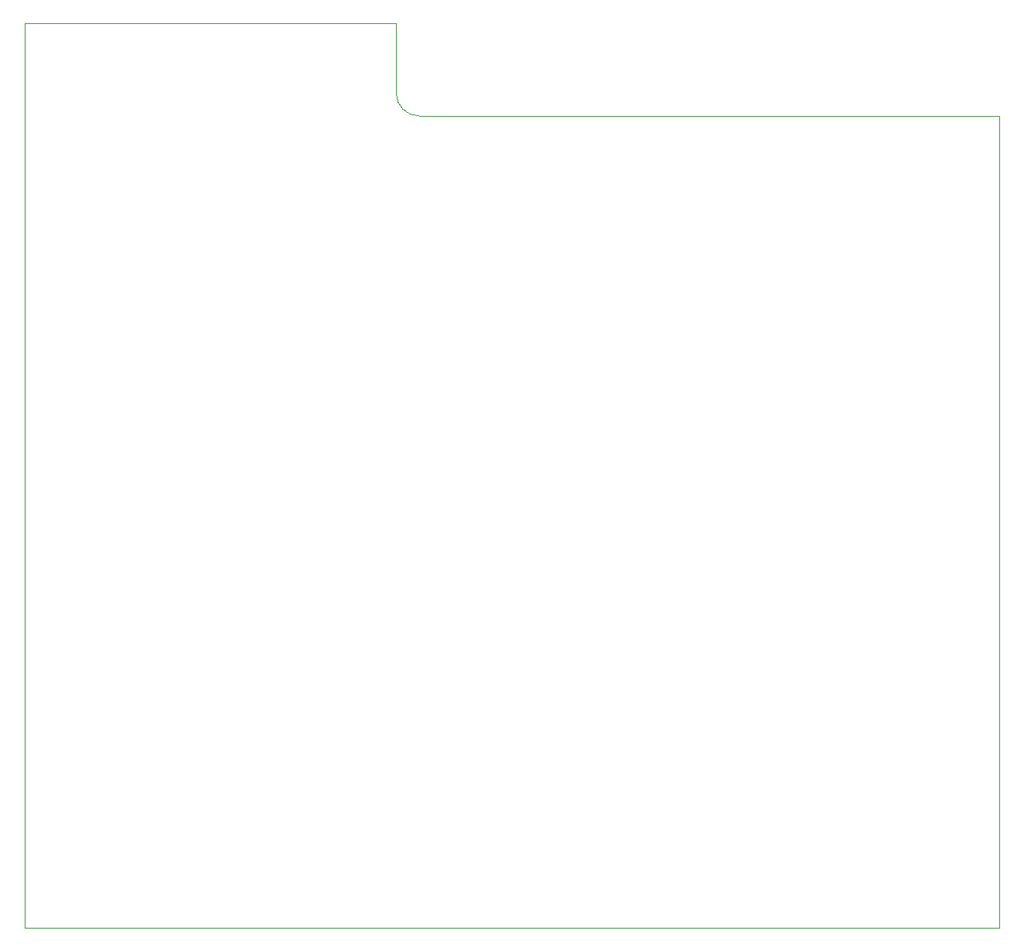
<source format=gm1>
G04 #@! TF.GenerationSoftware,KiCad,Pcbnew,8.0.4*
G04 #@! TF.CreationDate,2024-09-22T21:38:39-05:00*
G04 #@! TF.ProjectId,Exp8b,45787038-622e-46b6-9963-61645f706362,rev?*
G04 #@! TF.SameCoordinates,Original*
G04 #@! TF.FileFunction,Profile,NP*
%FSLAX46Y46*%
G04 Gerber Fmt 4.6, Leading zero omitted, Abs format (unit mm)*
G04 Created by KiCad (PCBNEW 8.0.4) date 2024-09-22 21:38:39*
%MOMM*%
%LPD*%
G01*
G04 APERTURE LIST*
G04 #@! TA.AperFunction,Profile*
%ADD10C,0.100000*%
G04 #@! TD*
G04 APERTURE END LIST*
D10*
X93980000Y-50800000D02*
G75*
G02*
X91440000Y-48260000I0J2540000D01*
G01*
X91440000Y-40640000D02*
X50800000Y-40640000D01*
X91440000Y-48260000D02*
X91440000Y-40640000D01*
X157480000Y-139700000D02*
X50800000Y-139700000D01*
X157480000Y-50800000D02*
X157480000Y-139700000D01*
X50800000Y-139700000D02*
X50800000Y-40640000D01*
X93980000Y-50800000D02*
X157480000Y-50800000D01*
M02*

</source>
